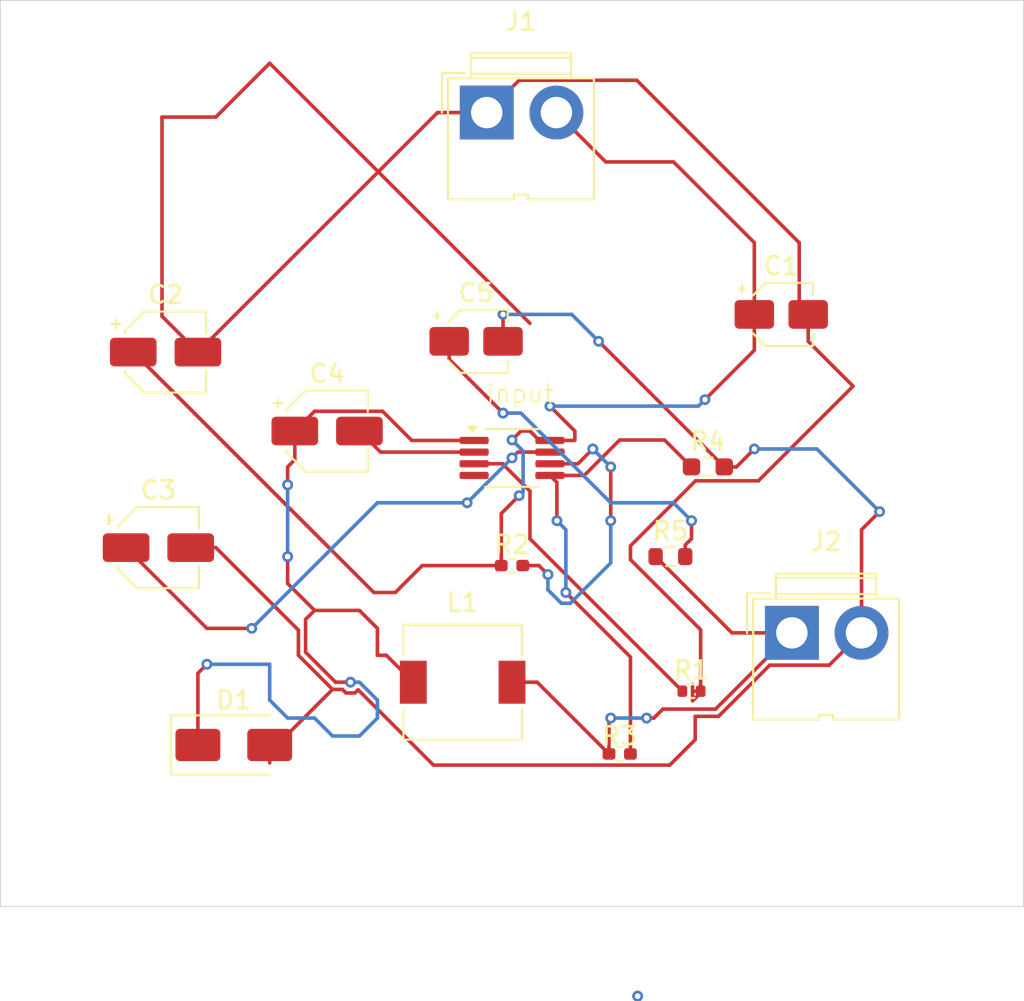
<source format=kicad_pcb>
(kicad_pcb (version 20241229) (generator "pcbnew") (generator_version "9.0")
  (layers (0 "F.Cu" signal) (2 "B.Cu" signal) (13 "F.Paste" user) (15 "B.Paste" user) (5 "F.SilkS" user "F.Silkscreen") (7 "B.SilkS" user "B.Silkscreen") (1 "F.Mask" user) (3 "B.Mask" user) (25 "Edge.Cuts" user))
  (net 0 "")
  (net 1 "Net-(J1-Pin_1)")
  (net 2 "/vin")
  (net 3 "Net-(D1-A)")
  (net 4 "/vcc")
  (net 5 "/bst")
  (net 6 "/sw")
  (net 7 "Net-(C5-Pad1)")
  (net 8 "Net-(J2-Pin_1)")
  (net 9 "/rcl")
  (net 10 "/h")
  (net 11 "/fb")
  (net 12 "GND")
  (footprint "Capacitor_SMD:CP_Elec_4x4.5" (layer "F.Cu") (at 88.3 128.5)
    (property "Reference" "C3" (at 0 -3.2 0) (layer "F.SilkS"))
    (property "Value" "C")
    (fp_line (start -3 -1.56) (end -2.5 -1.56) (stroke (width 0.12)) (layer "F.SilkS"))
    (fp_line (start -2.75 -1.81) (end -2.75 -1.31) (stroke (width 0.12)) (layer "F.SilkS"))
    (fp_line (start -2.26 -1.195563) (end -2.26 -1.06) (stroke (width 0.12)) (layer "F.SilkS"))
    (fp_line (start -2.26 -1.195563) (end -1.195563 -2.26) (stroke (width 0.12)) (layer "F.SilkS"))
    (fp_line (start -2.26 1.195563) (end -2.26 1.06) (stroke (width 0.12)) (layer "F.SilkS"))
    (fp_line (start -2.26 1.195563) (end -1.195563 2.26) (stroke (width 0.12)) (layer "F.SilkS"))
    (fp_line (start -1.195563 -2.26) (end 2.26 -2.26) (stroke (width 0.12)) (layer "F.SilkS"))
    (fp_line (start -1.195563 2.26) (end 2.26 2.26) (stroke (width 0.12)) (layer "F.SilkS"))
    (fp_line (start 2.26 -2.26) (end 2.26 -1.06) (stroke (width 0.12)) (layer "F.SilkS"))
    (fp_line (start 2.26 2.26) (end 2.26 1.06) (stroke (width 0.12)) (layer "F.SilkS"))
    (pad "1" smd roundrect (at -1.8 0) (size 2.6 1.6) (layers "F.Cu" "F.Mask" "F.Paste") (roundrect_rratio 0.15625) (net 4 "/vcc"))
    (pad "2" smd roundrect (at 1.8 0) (size 2.6 1.6) (layers "F.Cu" "F.Mask" "F.Paste") (roundrect_rratio 0.15625) (net 3 "Net-(D1-A)"))
  )
  (footprint "Capacitor_SMD:CP_Elec_3x5.4" (layer "F.Cu") (at 106 117)
    (property "Reference" "C5" (at 0 -2.7 0) (layer "F.SilkS"))
    (property "Value" "C")
    (fp_line (start -2.375 -1.435) (end -2 -1.435) (stroke (width 0.12)) (layer "F.SilkS"))
    (fp_line (start -2.1875 -1.6225) (end -2.1875 -1.2475) (stroke (width 0.12)) (layer "F.SilkS"))
    (fp_line (start -1.570563 -1.06) (end -0.870563 -1.76) (stroke (width 0.12)) (layer "F.SilkS"))
    (fp_line (start -1.570563 1.06) (end -0.870563 1.76) (stroke (width 0.12)) (layer "F.SilkS"))
    (fp_line (start -0.870563 -1.76) (end 1.76 -1.76) (stroke (width 0.12)) (layer "F.SilkS"))
    (fp_line (start -0.870563 1.76) (end 1.76 1.76) (stroke (width 0.12)) (layer "F.SilkS"))
    (fp_line (start 1.76 -1.76) (end 1.76 -1.06) (stroke (width 0.12)) (layer "F.SilkS"))
    (fp_line (start 1.76 1.76) (end 1.76 1.06) (stroke (width 0.12)) (layer "F.SilkS"))
    (pad "1" smd roundrect (at -1.5 0) (size 2.2 1.6) (layers "F.Cu" "F.Mask" "F.Paste") (roundrect_rratio 0.15625) (net 7 "Net-(C5-Pad1)"))
    (pad "2" smd roundrect (at 1.5 0) (size 2.2 1.6) (layers "F.Cu" "F.Mask" "F.Paste") (roundrect_rratio 0.15625) (net 3 "Net-(D1-A)"))
  )
  (footprint "Capacitor_SMD:CP_Elec_3x5.4" (layer "F.Cu") (at 123 115.5)
    (property "Reference" "C1" (at 0 -2.7 0) (layer "F.SilkS"))
    (property "Value" "C")
    (fp_line (start -2.375 -1.435) (end -2 -1.435) (stroke (width 0.12)) (layer "F.SilkS"))
    (fp_line (start -2.1875 -1.6225) (end -2.1875 -1.2475) (stroke (width 0.12)) (layer "F.SilkS"))
    (fp_line (start -1.570563 -1.06) (end -0.870563 -1.76) (stroke (width 0.12)) (layer "F.SilkS"))
    (fp_line (start -1.570563 1.06) (end -0.870563 1.76) (stroke (width 0.12)) (layer "F.SilkS"))
    (fp_line (start -0.870563 -1.76) (end 1.76 -1.76) (stroke (width 0.12)) (layer "F.SilkS"))
    (fp_line (start -0.870563 1.76) (end 1.76 1.76) (stroke (width 0.12)) (layer "F.SilkS"))
    (fp_line (start 1.76 -1.76) (end 1.76 -1.06) (stroke (width 0.12)) (layer "F.SilkS"))
    (fp_line (start 1.76 1.76) (end 1.76 1.06) (stroke (width 0.12)) (layer "F.SilkS"))
    (pad "1" smd roundrect (at -1.5 0) (size 2.2 1.6) (layers "F.Cu" "F.Mask" "F.Paste") (roundrect_rratio 0.15625) (net 2 "/vin"))
    (pad "2" smd roundrect (at 1.5 0) (size 2.2 1.6) (layers "F.Cu" "F.Mask" "F.Paste") (roundrect_rratio 0.15625) (net 1 "Net-(J1-Pin_1)"))
  )
  (footprint "Resistor_SMD:R_0603_1608Metric_Pad0.98x0.95mm_HandSolder" (layer "F.Cu") (at 118.9125 124)
    (property "Reference" "R4" (at 0 -1.43 0) (layer "F.SilkS"))
    (property "Value" "R_US")
    (fp_line (start -0.254724 -0.5225) (end 0.254724 -0.5225) (stroke (width 0.12)) (layer "F.SilkS"))
    (fp_line (start -0.254724 0.5225) (end 0.254724 0.5225) (stroke (width 0.12)) (layer "F.SilkS"))
    (pad "1" smd roundrect (at -0.9125 0) (size 0.975 0.95) (layers "F.Cu" "F.Mask" "F.Paste") (net 11 "/fb"))
    (pad "2" smd roundrect (at 0.9125 0) (size 0.975 0.95) (layers "F.Cu" "F.Mask" "F.Paste") (net 3 "Net-(D1-A)"))
  )
  (footprint "Package_SO:MSOP-8_3x3mm_P0.65mm" (layer "F.Cu") (at 108 123.5)
    (property "Reference" "U1" (hide yes))
    (property "Value" "LM5007MM" (hide yes))
    (fp_line (start 0 -1.61) (end -1.5 -1.61) (stroke (width 0.12)) (layer "F.SilkS"))
    (fp_line (start 0 -1.61) (end 1.5 -1.61) (stroke (width 0.12)) (layer "F.SilkS"))
    (fp_line (start 0 1.61) (end -1.5 1.61) (stroke (width 0.12)) (layer "F.SilkS"))
    (fp_line (start 0 1.61) (end 1.5 1.61) (stroke (width 0.12)) (layer "F.SilkS"))
    (fp_poly (pts (xy -2.2125 -1.435) (xy -2.4525 -1.765) (xy -1.9725 -1.765) (xy -2.2125 -1.435)) (stroke (width 0.12)) (fill yes) (layer "F.SilkS"))
    (pad "1" smd roundrect (at -2.1125 -0.975) (size 1.625 0.4) (layers "F.Cu" "F.Mask" "F.Paste") (net 6 "/sw"))
    (pad "2" smd roundrect (at -2.1125 -0.325) (size 1.625 0.4) (layers "F.Cu" "F.Mask" "F.Paste") (net 5 "/bst"))
    (pad "3" smd roundrect (at -2.1125 0.325) (size 1.625 0.4) (layers "F.Cu" "F.Mask" "F.Paste") (net 9 "/rcl"))
    (pad "4" smd roundrect (at -2.1125 0.975) (size 1.625 0.4) (layers "F.Cu" "F.Mask" "F.Paste") (net 12 "GND"))
    (pad "5" smd roundrect (at 2.1125 0.975) (size 1.625 0.4) (layers "F.Cu" "F.Mask" "F.Paste") (net 11 "/fb"))
    (pad "6" smd roundrect (at 2.1125 0.325) (size 1.625 0.4) (layers "F.Cu" "F.Mask" "F.Paste") (net 10 "/h"))
    (pad "7" smd roundrect (at 2.1125 -0.325) (size 1.625 0.4) (layers "F.Cu" "F.Mask" "F.Paste") (net 4 "/vcc"))
    (pad "8" smd roundrect (at 2.1125 -0.975) (size 1.625 0.4) (layers "F.Cu" "F.Mask" "F.Paste") (net 2 "/vin"))
  )
  (footprint "Diode_SMD:D_SMA" (layer "F.Cu") (at 92.5 139.5)
    (property "Reference" "D1" (at 0 -2.5 0) (layer "F.SilkS"))
    (property "Value" "SS110")
    (fp_line (start -3.51 -1.65) (end -3.51 1.65) (stroke (width 0.12)) (layer "F.SilkS"))
    (fp_line (start -3.51 -1.65) (end 2 -1.65) (stroke (width 0.12)) (layer "F.SilkS"))
    (fp_line (start -3.51 1.65) (end 2 1.65) (stroke (width 0.12)) (layer "F.SilkS"))
    (pad "1" smd roundrect (at -2 0) (size 2.5 1.8) (layers "F.Cu" "F.Mask" "F.Paste") (roundrect_rratio 0.1388888889) (net 6 "/sw"))
    (pad "2" smd roundrect (at 2 0) (size 2.5 1.8) (layers "F.Cu" "F.Mask" "F.Paste") (roundrect_rratio 0.1388888889) (net 3 "Net-(D1-A)"))
  )
  (footprint "Resistor_SMD:R_0603_1608Metric" (layer "F.Cu") (at 116.825 129)
    (property "Reference" "R5" (at 0 -1.43 0) (layer "F.SilkS"))
    (property "Value" "R_US")
    (fp_line (start -0.237258 -0.5225) (end 0.237258 -0.5225) (stroke (width 0.12)) (layer "F.SilkS"))
    (fp_line (start -0.237258 0.5225) (end 0.237258 0.5225) (stroke (width 0.12)) (layer "F.SilkS"))
    (pad "1" smd roundrect (at -0.825 0) (size 0.8 0.95) (layers "F.Cu" "F.Mask" "F.Paste") (net 8 "Net-(J2-Pin_1)"))
    (pad "2" smd roundrect (at 0.825 0) (size 0.8 0.95) (layers "F.Cu" "F.Mask" "F.Paste") (net 7 "Net-(C5-Pad1)"))
  )
  (footprint "Inductor_SMD:L_6.3x6.3_H3" (layer "F.Cu") (at 105.25 136)
    (property "Reference" "L1" (at 0 -4.45 0) (layer "F.SilkS"))
    (property "Value" "L")
    (fp_line (start -3.3 -3.2) (end 3.3 -3.2) (stroke (width 0.12)) (layer "F.SilkS"))
    (fp_line (start -3.3 -1.5) (end -3.3 -3.2) (stroke (width 0.12)) (layer "F.SilkS"))
    (fp_line (start -3.3 3.2) (end -3.3 1.5) (stroke (width 0.12)) (layer "F.SilkS"))
    (fp_line (start 3.3 -3.2) (end 3.3 -1.5) (stroke (width 0.12)) (layer "F.SilkS"))
    (fp_line (start 3.3 1.5) (end 3.3 3.2) (stroke (width 0.12)) (layer "F.SilkS"))
    (fp_line (start 3.3 3.2) (end -3.3 3.2) (stroke (width 0.12)) (layer "F.SilkS"))
    (pad "1" smd rect (at -2.75 0) (size 1.5 2.4) (layers "F.Cu" "F.Mask" "F.Paste") (net 6 "/sw"))
    (pad "2" smd rect (at 2.75 0) (size 1.5 2.4) (layers "F.Cu" "F.Mask" "F.Paste") (net 8 "Net-(J2-Pin_1)"))
  )
  (footprint "Connector:JWT_A3963_1x02_P3.96mm_Vertical" (layer "F.Cu") (at 106.5925 104.25)
    (property "Reference" "J1" (at 1.91 -5.08 0) (layer "F.SilkS"))
    (property "Value" "Screw_Terminal_01x02")
    (fp_line (start -2.5 -2.2) (end -2.5 0) (stroke (width 0.12)) (layer "F.SilkS"))
    (fp_line (start -2.16 -1.91) (end -2.16 0) (stroke (width 0.12)) (layer "F.SilkS"))
    (fp_line (start -2.16 -1.91) (end 5.97 -1.91) (stroke (width 0.12)) (layer "F.SilkS"))
    (fp_line (start -2.16 0) (end -2.16 4.83) (stroke (width 0.12)) (layer "F.SilkS"))
    (fp_line (start -1.2 -2.2) (end -2.5 -2.2) (stroke (width 0.12)) (layer "F.SilkS"))
    (fp_line (start -0.89 -3.3) (end 4.7 -3.3) (stroke (width 0.12)) (layer "F.SilkS"))
    (fp_line (start -0.89 -3.05) (end 4.7 -3.05) (stroke (width 0.12)) (layer "F.SilkS"))
    (fp_line (start -0.89 -2.16) (end 4.7 -2.16) (stroke (width 0.12)) (layer "F.SilkS"))
    (fp_line (start -0.89 -1.91) (end -0.89 -3.3) (stroke (width 0.12)) (layer "F.SilkS"))
    (fp_line (start 1.52 4.57) (end 2.29 4.57) (stroke (width 0.12)) (layer "F.SilkS"))
    (fp_line (start 1.52 4.83) (end -2.16 4.83) (stroke (width 0.12)) (layer "F.SilkS"))
    (fp_line (start 1.52 4.83) (end 1.52 4.57) (stroke (width 0.12)) (layer "F.SilkS"))
    (fp_line (start 2.29 4.57) (end 2.29 4.83) (stroke (width 0.12)) (layer "F.SilkS"))
    (fp_line (start 2.29 4.83) (end 5.97 4.83) (stroke (width 0.12)) (layer "F.SilkS"))
    (fp_line (start 4.7 -1.91) (end 4.7 -3.3) (stroke (width 0.12)) (layer "F.SilkS"))
    (fp_line (start 5.97 -1.91) (end 5.97 0) (stroke (width 0.12)) (layer "F.SilkS"))
    (fp_line (start 5.97 4.83) (end 5.97 0) (stroke (width 0.12)) (layer "F.SilkS"))
    (pad "1" thru_hole rect (at 0 0) (size 3 3) (drill 1.75) (layers "*.Cu" "*.Mask") (net 1 "Net-(J1-Pin_1)"))
    (pad "2" thru_hole circle (at 3.88 0) (size 3 3) (drill 1.75) (layers "*.Cu" "*.Mask") (net 2 "/vin"))
  )
  (footprint "Capacitor_SMD:CP_Elec_4x5.3" (layer "F.Cu") (at 88.7 117.6)
    (property "Reference" "C2" (at 0 -3.2 0) (layer "F.SilkS"))
    (property "Value" "C")
    (fp_line (start -3 -1.56) (end -2.5 -1.56) (stroke (width 0.12)) (layer "F.SilkS"))
    (fp_line (start -2.75 -1.81) (end -2.75 -1.31) (stroke (width 0.12)) (layer "F.SilkS"))
    (fp_line (start -2.26 -1.195563) (end -2.26 -1.06) (stroke (width 0.12)) (layer "F.SilkS"))
    (fp_line (start -2.26 -1.195563) (end -1.195563 -2.26) (stroke (width 0.12)) (layer "F.SilkS"))
    (fp_line (start -2.26 1.195563) (end -2.26 1.06) (stroke (width 0.12)) (layer "F.SilkS"))
    (fp_line (start -2.26 1.195563) (end -1.195563 2.26) (stroke (width 0.12)) (layer "F.SilkS"))
    (fp_line (start -1.195563 -2.26) (end 2.26 -2.26) (stroke (width 0.12)) (layer "F.SilkS"))
    (fp_line (start -1.195563 2.26) (end 2.26 2.26) (stroke (width 0.12)) (layer "F.SilkS"))
    (fp_line (start 2.26 -2.26) (end 2.26 -1.06) (stroke (width 0.12)) (layer "F.SilkS"))
    (fp_line (start 2.26 2.26) (end 2.26 1.06) (stroke (width 0.12)) (layer "F.SilkS"))
    (pad "1" smd roundrect (at -1.8 0) (size 2.6 1.6) (layers "F.Cu" "F.Mask" "F.Paste") (roundrect_rratio 0.15625) (net 2 "/vin"))
    (pad "2" smd roundrect (at 1.8 0) (size 2.6 1.6) (layers "F.Cu" "F.Mask" "F.Paste") (roundrect_rratio 0.15625) (net 1 "Net-(J1-Pin_1)"))
  )
  (footprint "Resistor_SMD:R_0402_1005Metric" (layer "F.Cu") (at 118 136.5)
    (property "Reference" "R1" (at 0 -1.17 0) (layer "F.SilkS"))
    (property "Value" "R_US" (hide yes))
    (fp_line (start -0.153641 -0.38) (end 0.153641 -0.38) (stroke (width 0.12)) (layer "F.SilkS"))
    (fp_line (start -0.153641 0.38) (end 0.153641 0.38) (stroke (width 0.12)) (layer "F.SilkS"))
    (pad "1" smd roundrect (at -0.51 0) (size 0.54 0.64) (layers "F.Cu" "F.Mask" "F.Paste") (net 9 "/rcl"))
    (pad "2" smd roundrect (at 0.51 0) (size 0.54 0.64) (layers "F.Cu" "F.Mask" "F.Paste") (net 1 "Net-(J1-Pin_1)"))
  )
  (footprint "Capacitor_SMD:CP_Elec_4x3" (layer "F.Cu") (at 97.7 122)
    (property "Reference" "C4" (at 0 -3.2 0) (layer "F.SilkS"))
    (property "Value" "C")
    (fp_line (start -3 -1.56) (end -2.5 -1.56) (stroke (width 0.12)) (layer "F.SilkS"))
    (fp_line (start -2.75 -1.81) (end -2.75 -1.31) (stroke (width 0.12)) (layer "F.SilkS"))
    (fp_line (start -2.26 -1.195563) (end -2.26 -1.06) (stroke (width 0.12)) (layer "F.SilkS"))
    (fp_line (start -2.26 -1.195563) (end -1.195563 -2.26) (stroke (width 0.12)) (layer "F.SilkS"))
    (fp_line (start -2.26 1.195563) (end -2.26 1.06) (stroke (width 0.12)) (layer "F.SilkS"))
    (fp_line (start -2.26 1.195563) (end -1.195563 2.26) (stroke (width 0.12)) (layer "F.SilkS"))
    (fp_line (start -1.195563 -2.26) (end 2.26 -2.26) (stroke (width 0.12)) (layer "F.SilkS"))
    (fp_line (start -1.195563 2.26) (end 2.26 2.26) (stroke (width 0.12)) (layer "F.SilkS"))
    (fp_line (start 2.26 -2.26) (end 2.26 -1.06) (stroke (width 0.12)) (layer "F.SilkS"))
    (fp_line (start 2.26 2.26) (end 2.26 1.06) (stroke (width 0.12)) (layer "F.SilkS"))
    (pad "1" smd roundrect (at -1.8 0) (size 2.6 1.6) (layers "F.Cu" "F.Mask" "F.Paste") (roundrect_rratio 0.15625) (net 6 "/sw"))
    (pad "2" smd roundrect (at 1.8 0) (size 2.6 1.6) (layers "F.Cu" "F.Mask" "F.Paste") (roundrect_rratio 0.15625) (net 5 "/bst"))
  )
  (footprint "Resistor_SMD:R_0402_1005Metric_Pad0.72x0.64mm_HandSolder" (layer "F.Cu") (at 108 129.5)
    (property "Reference" "R2" (at 0 -1.17 0) (layer "F.SilkS"))
    (property "Value" "R_US")
    (fp_line (start -0.167621 -0.38) (end 0.167621 -0.38) (stroke (width 0.12)) (layer "F.SilkS"))
    (fp_line (start -0.167621 0.38) (end 0.167621 0.38) (stroke (width 0.12)) (layer "F.SilkS"))
    (pad "1" smd roundrect (at -0.5975 0) (size 0.715 0.64) (layers "F.Cu" "F.Mask" "F.Paste") (net 2 "/vin"))
    (pad "2" smd roundrect (at 0.5975 0) (size 0.715 0.64) (layers "F.Cu" "F.Mask" "F.Paste") (net 10 "/h"))
  )
  (footprint "Connector:JWT_A3963_1x02_P3.96mm_Vertical" (layer "F.Cu") (at 123.5925 133.25)
    (property "Reference" "J2" (at 1.91 -5.08 0) (layer "F.SilkS"))
    (property "Value" "Screw_Terminal_01x02")
    (fp_line (start -2.5 -2.2) (end -2.5 0) (stroke (width 0.12)) (layer "F.SilkS"))
    (fp_line (start -2.16 -1.91) (end -2.16 0) (stroke (width 0.12)) (layer "F.SilkS"))
    (fp_line (start -2.16 -1.91) (end 5.97 -1.91) (stroke (width 0.12)) (layer "F.SilkS"))
    (fp_line (start -2.16 0) (end -2.16 4.83) (stroke (width 0.12)) (layer "F.SilkS"))
    (fp_line (start -1.2 -2.2) (end -2.5 -2.2) (stroke (width 0.12)) (layer "F.SilkS"))
    (fp_line (start -0.89 -3.3) (end 4.7 -3.3) (stroke (width 0.12)) (layer "F.SilkS"))
    (fp_line (start -0.89 -3.05) (end 4.7 -3.05) (stroke (width 0.12)) (layer "F.SilkS"))
    (fp_line (start -0.89 -2.16) (end 4.7 -2.16) (stroke (width 0.12)) (layer "F.SilkS"))
    (fp_line (start -0.89 -1.91) (end -0.89 -3.3) (stroke (width 0.12)) (layer "F.SilkS"))
    (fp_line (start 1.52 4.57) (end 2.29 4.57) (stroke (width 0.12)) (layer "F.SilkS"))
    (fp_line (start 1.52 4.83) (end -2.16 4.83) (stroke (width 0.12)) (layer "F.SilkS"))
    (fp_line (start 1.52 4.83) (end 1.52 4.57) (stroke (width 0.12)) (layer "F.SilkS"))
    (fp_line (start 2.29 4.57) (end 2.29 4.83) (stroke (width 0.12)) (layer "F.SilkS"))
    (fp_line (start 2.29 4.83) (end 5.97 4.83) (stroke (width 0.12)) (layer "F.SilkS"))
    (fp_line (start 4.7 -1.91) (end 4.7 -3.3) (stroke (width 0.12)) (layer "F.SilkS"))
    (fp_line (start 5.97 -1.91) (end 5.97 0) (stroke (width 0.12)) (layer "F.SilkS"))
    (fp_line (start 5.97 4.83) (end 5.97 0) (stroke (width 0.12)) (layer "F.SilkS"))
    (pad "1" thru_hole rect (at 0 0) (size 3 3) (drill 1.75) (layers "*.Cu" "*.Mask") (net 8 "Net-(J2-Pin_1)"))
    (pad "2" thru_hole circle (at 3.88 0) (size 3 3) (drill 1.75) (layers "*.Cu" "*.Mask") (net 3 "Net-(D1-A)"))
  )
  (footprint "Resistor_SMD:R_0402_1005Metric_Pad0.72x0.64mm_HandSolder" (layer "F.Cu") (at 114 140)
    (property "Reference" "R3" (at 0 -1 0) (layer "F.SilkS"))
    (property "Value" "R_US")
    (fp_line (start -0.167621 -0.38) (end 0.167621 -0.38) (stroke (width 0.12)) (layer "F.SilkS"))
    (fp_line (start -0.167621 0.38) (end 0.167621 0.38) (stroke (width 0.12)) (layer "F.SilkS"))
    (pad "1" smd roundrect (at -0.5975 0) (size 0.715 0.64) (layers "F.Cu" "F.Mask" "F.Paste") (net 8 "Net-(J2-Pin_1)"))
    (pad "2" smd roundrect (at 0.5975 0) (size 0.715 0.64) (layers "F.Cu" "F.Mask" "F.Paste") (net 11 "/fb"))
  )
  (gr_rect (start 79.5 98) (end 136.5 148.5) (stroke (width 0.05)) (fill no) (layer "Edge.Cuts"))
  (gr_text "input" (at 106.5 120.5 0) (layer "F.SilkS") (effects (font (size 1 1) (thickness 0.1)) (justify left bottom)))
  (via (at 115 153.5) (size 0.6) (drill 0.3) (layers "F.Cu" "B.Cu") (net 0))
  (via (at 115 153.5) (size 0.6) (drill 0.3) (layers "F.Cu" "B.Cu") (net 0))
  (segment (start 127 119.5) (end 124.5 117) (width 0.2) (layer "F.Cu") (net 1))
  (segment (start 88.5 115.6) (end 88.5 104.5) (width 0.2) (layer "F.Cu") (net 1))
  (segment (start 88.95 116.05) (end 88.5 115.6) (width 0.2) (layer "F.Cu") (net 1))
  (segment (start 118.061 136.13066) (end 118.061 136.5) (width 0.2) (layer "F.Cu") (net 1))
  (segment (start 94.5 101.5) (end 108.999 115.999) (width 0.2) (layer "F.Cu") (net 1))
  (segment (start 91.5 104.5) (end 94.5 101.5) (width 0.2) (layer "F.Cu") (net 1))
  (segment (start 124 115.5) (end 124 111.5) (width 0.2) (layer "F.Cu") (net 1))
  (segment (start 88.5 104.5) (end 91.5 104.5) (width 0.2) (layer "F.Cu") (net 1))
  (segment (start 118.224 124.776) (end 121.724 124.776) (width 0.2) (layer "F.Cu") (net 1))
  (segment (start 108.3935 102.449) (end 106.5925 104.25) (width 0.2) (layer "F.Cu") (net 1))
  (segment (start 103.85 104.25) (end 90.5 117.6) (width 0.2) (layer "F.Cu") (net 1))
  (segment (start 118.061 137.038) (end 118.51 136.589) (width 0.2) (layer "F.Cu") (net 1))
  (segment (start 114.949 102.449) (end 108.3935 102.449) (width 0.2) (layer "F.Cu") (net 1))
  (segment (start 124 111.5) (end 114.949 102.449) (width 0.2) (layer "F.Cu") (net 1))
  (segment (start 124.5 117) (end 124.5 115.5) (width 0.2) (layer "F.Cu") (net 1))
  (segment (start 121.724 124.776) (end 127 119.5) (width 0.2) (layer "F.Cu") (net 1))
  (segment (start 118.51 136.5) (end 118.061 136.5) (width 0.2) (layer "F.Cu") (net 1))
  (segment (start 124.5 115.5) (end 124 115.5) (width 0.2) (layer "F.Cu") (net 1))
  (segment (start 118.061 136.5) (end 118.061 137.038) (width 0.2) (layer "F.Cu") (net 1))
  (segment (start 114.599 129.1661) (end 114.599 128.401) (width 0.2) (layer "F.Cu") (net 1))
  (segment (start 106.5925 104.25) (end 103.85 104.25) (width 0.2) (layer "F.Cu") (net 1))
  (segment (start 90.5 117.6) (end 88.95 116.05) (width 0.2) (layer "F.Cu") (net 1))
  (segment (start 118.51 133.0771) (end 114.599 129.1661) (width 0.2) (layer "F.Cu") (net 1))
  (segment (start 114.599 128.401) (end 118.224 124.776) (width 0.2) (layer "F.Cu") (net 1))
  (segment (start 118.51 136.589) (end 118.51 133.0771) (width 0.2) (layer "F.Cu") (net 1))
  (segment (start 124 115.5) (end 123.5 116) (width 0.2) (layer "F.Cu") (net 1))
  (segment (start 111.5 122.5) (end 111.475 122.525) (width 0.2) (layer "F.Cu") (net 2))
  (segment (start 87.9 117.6) (end 88 117.5) (width 0.2) (layer "F.Cu") (net 2))
  (segment (start 111.5 122) (end 110.1125 120.6125) (width 0.2) (layer "F.Cu") (net 2))
  (segment (start 86.9 117.6) (end 98 128.7) (width 0.2) (layer "F.Cu") (net 2))
  (segment (start 108.399 125.601) (end 107.4025 126.5975) (width 0.2) (layer "F.Cu") (net 2))
  (segment (start 101.5 131) (end 103 129.5) (width 0.2) (layer "F.Cu") (net 2))
  (segment (start 110.25 104.25) (end 110 104.5) (width 0.2) (layer "F.Cu") (net 2))
  (segment (start 111.475 122.525) (end 110.1125 122.525) (width 0.2) (layer "F.Cu") (net 2))
  (segment (start 108.5 122) (end 109 122) (width 0.2) (layer "F.Cu") (net 2))
  (segment (start 86.9 117.6) (end 88.15 118.85) (width 0.2) (layer "F.Cu") (net 2))
  (segment (start 86.9 117.6) (end 87.9 117.6) (width 0.2) (layer "F.Cu") (net 2))
  (segment (start 110.1125 122.525) (end 109.525 122.525) (width 0.2) (layer "F.Cu") (net 2))
  (segment (start 121.5 117.5) (end 118.75 120.25) (width 0.2) (layer "F.Cu") (net 2))
  (segment (start 110.4725 104.25) (end 110.25 104.25) (width 0.2) (layer "F.Cu") (net 2))
  (segment (start 100.3 131) (end 101.5 131) (width 0.2) (layer "F.Cu") (net 2))
  (segment (start 107.4025 126.5975) (end 107.4025 129.5) (width 0.2) (layer "F.Cu") (net 2))
  (segment (start 108 122.5) (end 108.5 122) (width 0.2) (layer "F.Cu") (net 2))
  (segment (start 117 107) (end 113.2225 107) (width 0.2) (layer "F.Cu") (net 2))
  (segment (start 113.2225 107) (end 110.4725 104.25) (width 0.2) (layer "F.Cu") (net 2))
  (segment (start 121.5 115.5) (end 121.5 117.5) (width 0.2) (layer "F.Cu") (net 2))
  (segment (start 88.15 118.85) (end 100.3 131) (width 0.2) (layer "F.Cu") (net 2))
  (segment (start 103 129.5) (end 107.4025 129.5) (width 0.2) (layer "F.Cu") (net 2))
  (segment (start 121.5 111.5) (end 117 107) (width 0.2) (layer "F.Cu") (net 2))
  (segment (start 121.5 115.5) (end 121.5 111.5) (width 0.2) (layer "F.Cu") (net 2))
  (segment (start 109.525 122.525) (end 109 122) (width 0.2) (layer "F.Cu") (net 2))
  (segment (start 111.5 122.5) (end 111.5 122) (width 0.2) (layer "F.Cu") (net 2))
  (via (at 108 122.5) (size 0.6) (drill 0.3) (layers "F.Cu" "B.Cu") (net 2))
  (via (at 118.75 120.25) (size 0.6) (drill 0.3) (layers "F.Cu" "B.Cu") (net 2))
  (via (at 110.1125 120.6125) (size 0.6) (drill 0.3) (layers "F.Cu" "B.Cu") (net 2))
  (via (at 108.399 125.601) (size 0.6) (drill 0.3) (layers "F.Cu" "B.Cu") (net 2))
  (segment (start 110.1125 120.6125) (end 118.3875 120.6125) (width 0.2) (layer "B.Cu") (net 2))
  (segment (start 108.61745 125.38255) (end 108.61745 123.11745) (width 0.2) (layer "B.Cu") (net 2))
  (segment (start 108.61745 123.11745) (end 108 122.5) (width 0.2) (layer "B.Cu") (net 2))
  (segment (start 118.3875 120.6125) (end 118.75 120.25) (width 0.2) (layer "B.Cu") (net 2))
  (segment (start 108.399 125.601) (end 108.5 125.5) (width 0.2) (layer "B.Cu") (net 2))
  (segment (start 108.399 125.601) (end 108.61745 125.38255) (width 0.2) (layer "B.Cu") (net 2))
  (segment (start 122.3586 135.051) (end 119.5086 137.901) (width 0.2) (layer "F.Cu") (net 3))
  (segment (start 128.478296 126.492747) (end 127.4725 127.498543) (width 0.2) (layer "F.Cu") (net 3))
  (segment (start 107.5 115.5) (end 107.5 117) (width 0.2) (layer "F.Cu") (net 3))
  (segment (start 120.5 124) (end 121.5 123) (width 0.2) (layer "F.Cu") (net 3))
  (segment (start 94.902 139.5) (end 98.001 136.401) (width 0.2) (layer "F.Cu") (net 3))
  (segment (start 96.099 133.099) (end 96.099 134.499) (width 0.2) (layer "F.Cu") (net 3))
  (segment (start 94.5 139.5) (end 94.5 140.5) (width 0.2) (layer "F.Cu") (net 3))
  (segment (start 119.825 124) (end 120.5 124) (width 0.2) (layer "F.Cu") (net 3))
  (segment (start 119.825 124) (end 112.825 117) (width 0.2) (layer "F.Cu") (net 3))
  (segment (start 125.6715 135.051) (end 122.3586 135.051) (width 0.2) (layer "F.Cu") (net 3))
  (segment (start 127.4725 133.25) (end 125.6715 135.051) (width 0.2) (layer "F.Cu") (net 3))
  (segment (start 98.001 136.401) (end 98.551057 136.401) (width 0.2) (layer "F.Cu") (net 3))
  (segment (start 98.751057 136.601) (end 99.248943 136.601) (width 0.2) (layer "F.Cu") (net 3))
  (segment (start 118.2048 137.901) (end 118.2048 139.2048) (width 0.2) (layer "F.Cu") (net 3))
  (segment (start 118.2048 139.2048) (end 116.7886 140.621) (width 0.2) (layer "F.Cu") (net 3))
  (segment (start 127.4725 127.498543) (end 127.4725 133.25) (width 0.2) (layer "F.Cu") (net 3))
  (segment (start 94.5 139.5) (end 94.902 139.5) (width 0.2) (layer "F.Cu") (net 3))
  (segment (start 99.424972 136.424972) (end 103.621 140.621) (width 0.2) (layer "F.Cu") (net 3))
  (segment (start 91.5 128.5) (end 96.099 133.099) (width 0.2) (layer "F.Cu") (net 3))
  (segment (start 103.621 140.621) (end 116.7886 140.621) (width 0.2) (layer "F.Cu") (net 3))
  (segment (start 94.5 139.5) (end 94.5 139) (width 0.2) (layer "F.Cu") (net 3))
  (segment (start 119.825 124) (end 119.825 124.175) (width 0.2) (layer "F.Cu") (net 3))
  (segment (start 119.825 124.175) (end 119.625 124.375) (width 0.2) (layer "F.Cu") (net 3))
  (segment (start 98.551057 136.401) (end 98.751057 136.601) (width 0.2) (layer "F.Cu") (net 3))
  (segment (start 127.4725 133.25) (end 127.4725 134.0275) (width 0.2) (layer "F.Cu") (net 3))
  (segment (start 90.1 128.5) (end 91.5 128.5) (width 0.2) (layer "F.Cu") (net 3))
  (segment (start 119.5086 137.901) (end 118.2048 137.901) (width 0.2) (layer "F.Cu") (net 3))
  (segment (start 119.625 124.375) (end 119.5 124.375) (width 0.2) (layer "F.Cu") (net 3))
  (segment (start 99.248943 136.601) (end 99.424972 136.424972) (width 0.2) (layer "F.Cu") (net 3))
  (segment (start 96.099 134.499) (end 98.001 136.401) (width 0.2) (layer "F.Cu") (net 3))
  (via (at 128.478296 126.492747) (size 0.6) (drill 0.3) (layers "F.Cu" "B.Cu") (net 3))
  (via (at 107.5 115.5) (size 0.6) (drill 0.3) (layers "F.Cu" "B.Cu") (net 3))
  (via (at 121.5 123) (size 0.6) (drill 0.3) (layers "F.Cu" "B.Cu") (net 3))
  (via (at 112.825 117) (size 0.6) (drill 0.3) (layers "F.Cu" "B.Cu") (net 3))
  (segment (start 121.5 123) (end 124.985549 123) (width 0.2) (layer "B.Cu") (net 3))
  (segment (start 107.5 115.5) (end 111.325 115.5) (width 0.2) (layer "B.Cu") (net 3))
  (segment (start 124.985549 123) (end 128.478296 126.492747) (width 0.2) (layer "B.Cu") (net 3))
  (segment (start 111.325 115.5) (end 112.825 117) (width 0.2) (layer "B.Cu") (net 3))
  (segment (start 93.5 133) (end 91 133) (width 0.2) (layer "F.Cu") (net 4))
  (segment (start 110.84487 123.175) (end 110.1125 123.175) (width 0.2) (layer "F.Cu") (net 4))
  (segment (start 108 123.5) (end 108.325 123.175) (width 0.2) (layer "F.Cu") (net 4))
  (segment (start 105.5 126) (end 105.598 126) (width 0.2) (layer "F.Cu") (net 4))
  (segment (start 108.325 123.175) (end 110.1125 123.175) (width 0.2) (layer "F.Cu") (net 4))
  (segment (start 91 133) (end 86.5 128.5) (width 0.2) (layer "F.Cu") (net 4))
  (via (at 105.5 126) (size 0.6) (drill 0.3) (layers "F.Cu" "B.Cu") (net 4))
  (via (at 108 123.5) (size 0.6) (drill 0.3) (layers "F.Cu" "B.Cu") (net 4))
  (via (at 93.5 133) (size 0.6) (drill 0.3) (layers "F.Cu" "B.Cu") (net 4))
  (via (at 108 123.5) (size 0.6) (drill 0.3) (layers "F.Cu" "B.Cu") (net 4))
  (segment (start 105.5 126) (end 108 123.5) (width 0.2) (layer "B.Cu") (net 4))
  (segment (start 108.21645 123.28355) (end 108 123.5) (width 0.2) (layer "B.Cu") (net 4))
  (segment (start 100.5 126) (end 105.5 126) (width 0.2) (layer "B.Cu") (net 4))
  (segment (start 93.5 133) (end 100.5 126) (width 0.2) (layer "B.Cu") (net 4))
  (segment (start 100.675 123.175) (end 105.8875 123.175) (width 0.2) (layer "F.Cu") (net 5))
  (segment (start 99.5 122) (end 100.675 123.175) (width 0.2) (layer "F.Cu") (net 5))
  (segment (start 101 134.5) (end 100.5 134.5) (width 0.2) (layer "F.Cu") (net 6))
  (segment (start 97.001 120.899) (end 95.9 122) (width 0.2) (layer "F.Cu") (net 6))
  (segment (start 98.1671 136) (end 96.5 134.3329) (width 0.2) (layer "F.Cu") (net 6))
  (segment (start 90.5 135.5) (end 91 135) (width 0.2) (layer "F.Cu") (net 6))
  (segment (start 103 137) (end 102.65 136.65) (width 0.2) (layer "F.Cu") (net 6))
  (segment (start 97 132) (end 95.5 130.5) (width 0.2) (layer "F.Cu") (net 6))
  (segment (start 100.5 133) (end 99.5 132) (width 0.2) (layer "F.Cu") (net 6))
  (segment (start 99.5 132) (end 97 132) (width 0.2) (layer "F.Cu") (net 6))
  (segment (start 97 132) (end 96.5 132.5) (width 0.2) (layer "F.Cu") (net 6))
  (segment (start 100.5 134.5) (end 100.5 133) (width 0.2) (layer "F.Cu") (net 6))
  (segment (start 90.5 139.5) (end 90.5 135.5) (width 0.2) (layer "F.Cu") (net 6))
  (segment (start 105.8875 122.525) (end 102.41116 122.525) (width 0.2) (layer "F.Cu") (net 6))
  (segment (start 95.5 124) (end 95.9 123.6) (width 0.2) (layer "F.Cu") (net 6))
  (segment (start 95.9 123.6) (end 95.9 122) (width 0.2) (layer "F.Cu") (net 6))
  (segment (start 95.5 125) (end 95.5 124) (width 0.2) (layer "F.Cu") (net 6))
  (segment (start 102.5 136) (end 101 134.5) (width 0.2) (layer "F.Cu") (net 6))
  (segment (start 95.5 129) (end 95.5 130.5) (width 0.2) (layer "F.Cu") (net 6))
  (segment (start 96.5 132.5) (end 96.5 134.3329) (width 0.2) (layer "F.Cu") (net 6))
  (segment (start 99 136) (end 98.1671 136) (width 0.2) (layer "F.Cu") (net 6))
  (segment (start 100.78516 120.899) (end 97.001 120.899) (width 0.2) (layer "F.Cu") (net 6))
  (segment (start 102.41116 122.525) (end 100.78516 120.899) (width 0.2) (layer "F.Cu") (net 6))
  (via (at 95.5 129) (size 0.6) (drill 0.3) (layers "F.Cu" "B.Cu") (net 6))
  (via (at 91 135) (size 0.6) (drill 0.3) (layers "F.Cu" "B.Cu") (net 6))
  (via (at 95.5 125) (size 0.6) (drill 0.3) (layers "F.Cu" "B.Cu") (net 6))
  (via (at 95.5 125) (size 0.6) (drill 0.3) (layers "F.Cu" "B.Cu") (net 6))
  (via (at 95.5 125) (size 0.6) (drill 0.3) (layers "F.Cu" "B.Cu") (net 6))
  (via (at 95.5 129) (size 0.6) (drill 0.3) (layers "F.Cu" "B.Cu") (net 6))
  (via (at 91 135) (size 0.6) (drill 0.3) (layers "F.Cu" "B.Cu") (net 6))
  (via (at 99 136) (size 0.6) (drill 0.3) (layers "F.Cu" "B.Cu") (net 6))
  (segment (start 99.5 139) (end 100.5 138) (width 0.2) (layer "B.Cu") (net 6))
  (segment (start 97 138) (end 98 139) (width 0.2) (layer "B.Cu") (net 6))
  (segment (start 95.5 138) (end 97 138) (width 0.2) (layer "B.Cu") (net 6))
  (segment (start 94.5 135) (end 94.5 137) (width 0.2) (layer "B.Cu") (net 6))
  (segment (start 100.5 137) (end 99.5 136) (width 0.2) (layer "B.Cu") (net 6))
  (segment (start 95.5 129) (end 95.5 125) (width 0.2) (layer "B.Cu") (net 6))
  (segment (start 94.5 137) (end 95.5 138) (width 0.2) (layer "B.Cu") (net 6))
  (segment (start 100.5 138) (end 100.5 137) (width 0.2) (layer "B.Cu") (net 6))
  (segment (start 99.5 136) (end 99 136) (width 0.2) (layer "B.Cu") (net 6))
  (segment (start 91 135) (end 94.5 135) (width 0.2) (layer "B.Cu") (net 6))
  (segment (start 98 139) (end 99.5 139) (width 0.2) (layer "B.Cu") (net 6))
  (segment (start 118 127) (end 118 128) (width 0.2) (layer "F.Cu") (net 7))
  (segment (start 117.65 128.35) (end 117.65 129) (width 0.2) (layer "F.Cu") (net 7))
  (segment (start 104.5 118) (end 107.5 121) (width 0.2) (layer "F.Cu") (net 7))
  (segment (start 104.5 117) (end 104.5 118) (width 0.2) (layer "F.Cu") (net 7))
  (segment (start 118 128) (end 117.65 128.35) (width 0.2) (layer "F.Cu") (net 7))
  (via (at 118 127) (size 0.6) (drill 0.3) (layers "F.Cu" "B.Cu") (net 7))
  (via (at 107.5 121) (size 0.6) (drill 0.3) (layers "F.Cu" "B.Cu") (net 7))
  (via (at 118 127) (size 0.6) (drill 0.3) (layers "F.Cu" "B.Cu") (net 7))
  (via (at 107.5 121) (size 0.6) (drill 0.3) (layers "F.Cu" "B.Cu") (net 7))
  (via (at 118 127) (size 0.6) (drill 0.3) (layers "F.Cu" "B.Cu") (net 7))
  (segment (start 117 126) (end 118 127) (width 0.2) (layer "B.Cu") (net 7))
  (segment (start 107.5 121) (end 108.5 121) (width 0.2) (layer "B.Cu") (net 7))
  (segment (start 108.5 121) (end 113.5 126) (width 0.2) (layer "B.Cu") (net 7))
  (segment (start 113.5 126) (end 117 126) (width 0.2) (layer "B.Cu") (net 7))
  (segment (start 123.75 133.25) (end 124 133) (width 0.2) (layer "F.Cu") (net 8))
  (segment (start 123.5925 133.25) (end 123.75 133.25) (width 0.2) (layer "F.Cu") (net 8))
  (segment (start 109.4025 136) (end 113.4025 140) (width 0.2) (layer "F.Cu") (net 8))
  (segment (start 120.25 133.25) (end 116 129) (width 0.2) (layer "F.Cu") (net 8))
  (segment (start 107.9875 135.9875) (end 107.5 135.5) (width 0.2) (layer "F.Cu") (net 8))
  (segment (start 115.5 138) (end 115.9025 138) (width 0.2) (layer "F.Cu") (net 8))
  (segment (start 123.5925 133.25) (end 120.25 133.25) (width 0.2) (layer "F.Cu") (net 8))
  (segment (start 113.5 138) (end 113.4025 138.0975) (width 0.2) (layer "F.Cu") (net 8))
  (segment (start 119.3425 137.5) (end 123.5925 133.25) (width 0.2) (layer "F.Cu") (net 8))
  (segment (start 116.4025 137.5) (end 119.3425 137.5) (width 0.2) (layer "F.Cu") (net 8))
  (segment (start 108 136) (end 109.4025 136) (width 0.2) (layer "F.Cu") (net 8))
  (segment (start 115.9025 138) (end 116.4025 137.5) (width 0.2) (layer "F.Cu") (net 8))
  (segment (start 113.4025 140) (end 113.4025 138.0975) (width 0.2) (layer "F.Cu") (net 8))
  (segment (start 107.9875 136.65) (end 107.9875 135.9875) (width 0.2) (layer "F.Cu") (net 8))
  (via (at 115.5 138) (size 0.6) (drill 0.3) (layers "F.Cu" "B.Cu") (net 8))
  (via (at 115.5 138) (size 0.6) (drill 0.3) (layers "F.Cu" "B.Cu") (net 8))
  (via (at 113.5 138) (size 0.6) (drill 0.3) (layers "F.Cu" "B.Cu") (net 8))
  (via (at 113.5 138) (size 0.6) (drill 0.3) (layers "F.Cu" "B.Cu") (net 8))
  (segment (start 113.5 138) (end 115.5 138) (width 0.2) (layer "B.Cu") (net 8))
  (segment (start 109 128.01) (end 109 125.352057) (width 0.2) (layer "F.Cu") (net 9))
  (segment (start 107.472943 123.825) (end 105.8875 123.825) (width 0.2) (layer "F.Cu") (net 9))
  (segment (start 109 125.352057) (end 107.472943 123.825) (width 0.2) (layer "F.Cu") (net 9))
  (segment (start 117.49 136.5) (end 109 128.01) (width 0.2) (layer "F.Cu") (net 9))
  (segment (start 108.5975 129.5) (end 109.5 129.5) (width 0.2) (layer "F.Cu") (net 10))
  (segment (start 111.675 123.825) (end 110.1125 123.825) (width 0.2) (layer "F.Cu") (net 10))
  (segment (start 112.5 123) (end 111.675 123.825) (width 0.2) (layer "F.Cu") (net 10))
  (segment (start 109.5 129.5) (end 110 130) (width 0.2) (layer "F.Cu") (net 10))
  (segment (start 108.5975 129.5) (end 108.5975 129.4025) (width 0.2) (layer "F.Cu") (net 10))
  (segment (start 113.5 127) (end 113.5 124) (width 0.2) (layer "F.Cu") (net 10))
  (via (at 112.5 123) (size 0.6) (drill 0.3) (layers "F.Cu" "B.Cu") (net 10))
  (via (at 110 130) (size 0.6) (drill 0.3) (layers "F.Cu" "B.Cu") (net 10))
  (via (at 110 130) (size 0.6) (drill 0.3) (layers "F.Cu" "B.Cu") (net 10))
  (via (at 112.5 123) (size 0.6) (drill 0.3) (layers "F.Cu" "B.Cu") (net 10))
  (via (at 113.5 124) (size 0.6) (drill 0.3) (layers "F.Cu" "B.Cu") (net 10))
  (via (at 110 130) (size 0.6) (drill 0.3) (layers "F.Cu" "B.Cu") (net 10))
  (via (at 113.5 127) (size 0.6) (drill 0.3) (layers "F.Cu" "B.Cu") (net 10))
  (via (at 113.5 127) (size 0.6) (drill 0.3) (layers "F.Cu" "B.Cu") (net 10))
  (segment (start 110 130.849943) (end 110.751057 131.601) (width 0.2) (layer "B.Cu") (net 10))
  (segment (start 113.5 129.349943) (end 113.5 127) (width 0.2) (layer "B.Cu") (net 10))
  (segment (start 111.248943 131.601) (end 113.5 129.349943) (width 0.2) (layer "B.Cu") (net 10))
  (segment (start 113.5 124) (end 112.5 123) (width 0.2) (layer "B.Cu") (net 10))
  (segment (start 110.751057 131.601) (end 111.248943 131.601) (width 0.2) (layer "B.Cu") (net 10))
  (segment (start 110 130) (end 110 130.849943) (width 0.2) (layer "B.Cu") (net 10))
  (segment (start 114.5975 140) (end 114.5975 134.5975) (width 0.2) (layer "F.Cu") (net 11))
  (segment (start 118 124) (end 116.5 122.5) (width 0.2) (layer "F.Cu") (net 11))
  (segment (start 110.5 127) (end 110.5 124.8625) (width 0.2) (layer "F.Cu") (net 11))
  (segment (start 112.025 124.475) (end 110.1125 124.475) (width 0.2) (layer "F.Cu") (net 11))
  (segment (start 114 122.5) (end 112.025 124.475) (width 0.2) (layer "F.Cu") (net 11))
  (segment (start 110.5 124.8625) (end 110.1125 124.475) (width 0.2) (layer "F.Cu") (net 11))
  (segment (start 116.5 122.5) (end 114 122.5) (width 0.2) (layer "F.Cu") (net 11))
  (segment (start 114.5975 134.5975) (end 111 131) (width 0.2) (layer "F.Cu") (net 11))
  (via (at 110.5 127) (size 0.6) (drill 0.3) (layers "F.Cu" "B.Cu") (net 11))
  (via (at 111 131) (size 0.6) (drill 0.3) (layers "F.Cu" "B.Cu") (net 11))
  (via (at 111 131) (size 0.6) (drill 0.3) (layers "F.Cu" "B.Cu") (net 11))
  (segment (start 111 131) (end 111 127.5) (width 0.2) (layer "B.Cu") (net 11))
  (segment (start 111 127.5) (end 110.5 127) (width 0.2) (layer "B.Cu") (net 11))
)
</source>
